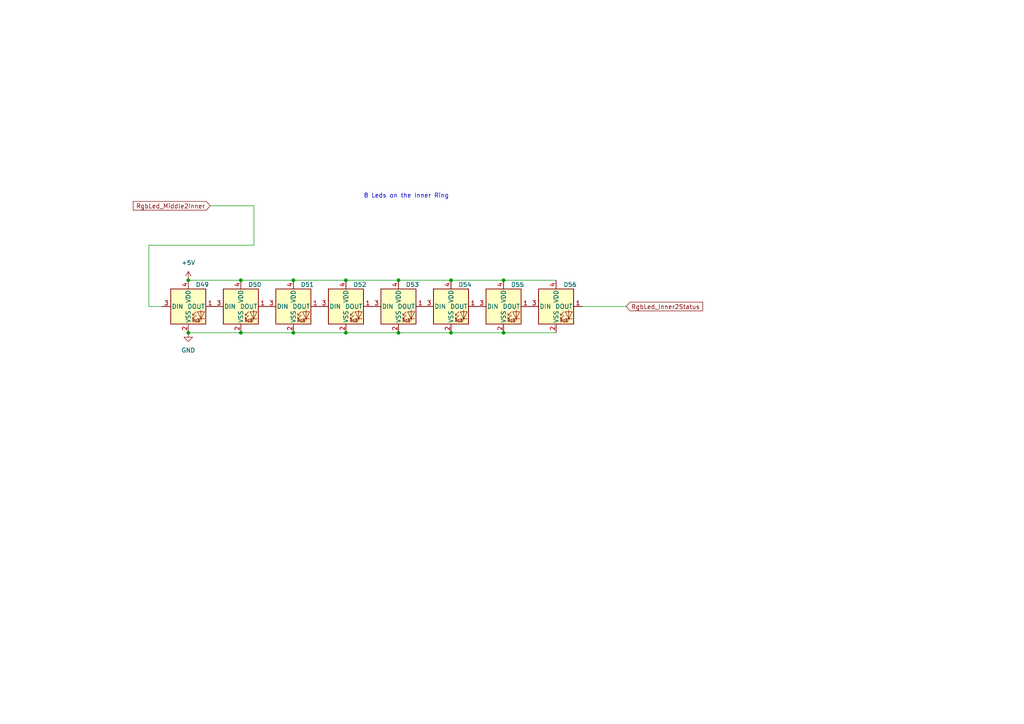
<source format=kicad_sch>
(kicad_sch (version 20231120) (generator "eeschema") (generator_version "8.0")
  (paper "A4")
  (lib_symbols
    (symbol "LED:WS2812B-2020" (pin_names (offset 0.254))
      (property "Reference" "D" (at 5.08 5.715 0))
      (property "Value" "WS2812B-2020" (at 1.27 -5.715 0))
      (symbol "WS2812B-2020_0_0"
        (text "RGB" (at 2.286 -4.191 0) (effects (font (size 0.762 0.762))))
      )
      (symbol "WS2812B-2020_0_1"
        (polyline (pts (xy 1.27 -3.556) (xy 1.778 -3.556)))
        (polyline (pts (xy 1.27 -2.54) (xy 1.778 -2.54)))
        (polyline (pts (xy 4.699 -3.556) (xy 2.667 -3.556)))
        (polyline (pts (xy 2.286 -2.54) (xy 1.27 -3.556) (xy 1.27 -3.048)))
        (polyline (pts (xy 2.286 -1.524) (xy 1.27 -2.54) (xy 1.27 -2.032)))
        (polyline (pts (xy 3.683 -1.016) (xy 3.683 -3.556) (xy 3.683 -4.064)))
        (polyline (pts (xy 4.699 -1.524) (xy 2.667 -1.524) (xy 3.683 -3.556) (xy 4.699 -1.524)))
        (rectangle (start 5.08 5.08) (end -5.08 -5.08) (stroke (width 0.254)) (fill (type background)))
      )
      (symbol "WS2812B-2020_1_1"
        (pin output line (at 7.62 0 180) (length 2.54) (name "DOUT") (number "1"))
        (pin power_in line (at 0 -7.62 90) (length 2.54) (name "VSS") (number "2"))
        (pin input line (at -7.62 0 0) (length 2.54) (name "DIN") (number "3"))
        (pin power_in line (at 0 7.62 270) (length 2.54) (name "VDD") (number "4"))
      )
    )
    (symbol "power:+5V" (power) (pin_numbers hide) (pin_names (offset 0) hide)
      (property "Value" "+5V" (at 0 3.556 0))
      (symbol "+5V_0_1"
        (polyline (pts (xy -0.762 1.27) (xy 0 2.54)))
        (polyline (pts (xy 0 0) (xy 0 2.54)))
        (polyline (pts (xy 0 2.54) (xy 0.762 1.27)))
      )
      (symbol "+5V_1_1"
        (pin power_in line (at 0 0 90) (length 0) (name "~") (number "1"))
      )
    )
    (symbol "power:GND" (power) (pin_numbers hide) (pin_names (offset 0) hide)
      (property "Value" "GND" (at 0 -3.81 0))
      (symbol "GND_0_1"
        (polyline (pts (xy 0 0) (xy 0 -1.27) (xy 1.27 -1.27) (xy 0 -2.54) (xy -1.27 -1.27) (xy 0 -1.27)))
      )
      (symbol "GND_1_1"
        (pin power_in line (at 0 0 270) (length 0) (name "~") (number "1"))
      )
    )
  )
  (junction (at 100.33 96.52))
  (junction (at 54.61 81.28))
  (junction (at 130.81 81.28))
  (junction (at 146.05 96.52))
  (junction (at 146.05 81.28))
  (junction (at 85.09 81.28))
  (junction (at 115.57 81.28))
  (junction (at 100.33 81.28))
  (junction (at 115.57 96.52))
  (junction (at 54.61 96.52))
  (junction (at 69.85 81.28))
  (junction (at 69.85 96.52))
  (junction (at 130.81 96.52))
  (junction (at 85.09 96.52))
  (wire (pts (xy 100.33 81.28) (xy 115.57 81.28)))
  (wire (pts (xy 73.66 59.69) (xy 73.66 71.12)))
  (wire (pts (xy 69.85 96.52) (xy 85.09 96.52)))
  (wire (pts (xy 130.81 96.52) (xy 146.05 96.52)))
  (wire (pts (xy 146.05 96.52) (xy 161.29 96.52)))
  (wire (pts (xy 54.61 81.28) (xy 69.85 81.28)))
  (wire (pts (xy 43.18 71.12) (xy 43.18 88.9)))
  (wire (pts (xy 73.66 71.12) (xy 43.18 71.12)))
  (wire (pts (xy 146.05 81.28) (xy 161.29 81.28)))
  (wire (pts (xy 130.81 81.28) (xy 146.05 81.28)))
  (wire (pts (xy 60.96 59.69) (xy 73.66 59.69)))
  (wire (pts (xy 85.09 81.28) (xy 100.33 81.28)))
  (wire (pts (xy 115.57 81.28) (xy 130.81 81.28)))
  (wire (pts (xy 54.61 96.52) (xy 69.85 96.52)))
  (wire (pts (xy 100.33 96.52) (xy 115.57 96.52)))
  (wire (pts (xy 168.91 88.9) (xy 181.61 88.9)))
  (wire (pts (xy 69.85 81.28) (xy 85.09 81.28)))
  (wire (pts (xy 43.18 88.9) (xy 46.99 88.9)))
  (wire (pts (xy 115.57 96.52) (xy 130.81 96.52)))
  (wire (pts (xy 85.09 96.52) (xy 100.33 96.52)))
  (text "8 Leds on the Inner Ring\n" (at 117.856 56.896 0) (effects (font (size 1.27 1.27))))
  (global_label "RgbLed_Middle2Inner" (shape input) (at 60.96 59.69 180) (property "Intersheetrefs" "${INTERSHEET_REFS}" (effects (hide yes))))
  (global_label "RgbLed_Inner2Status" (shape input) (at 181.61 88.9 0) (property "Intersheetrefs" "${INTERSHEET_REFS}" (effects (hide yes))))
  (symbol (lib_id "power:+5V") (at 54.61 81.28 0) (unit 1)
    (property "Reference" "#PWR057" (effects (hide yes)))
    (property "Value" "+5V" (at 54.61 76.2 0))
    (property "Description" "Power symbol creates a global label with name \"+5V\"" (effects (hide yes)))
  )
  (symbol (lib_id "power:GND") (at 54.61 96.52 0) (unit 1)
    (property "Reference" "#PWR058" (effects (hide yes)))
    (property "Value" "GND" (at 54.61 101.6 0))
    (property "Description" "Power symbol creates a global label with name \"GND\" , ground" (effects (hide yes)))
  )
  (symbol (lib_id "LED:WS2812B-2020") (at 69.85 88.9 0) (unit 1)
    (property "Reference" "D50" (at 73.914 82.55 0))
    (property "Value" "WS2812B-2020" (effects (hide yes)))
    (property "Footprint" "LED_SMD:LED_WS2812B-2020_PLCC4_2.0x2.0mm" (effects (hide yes)))
    (property "Datasheet" "https://cdn-shop.adafruit.com/product-files/4684/4684_WS2812B-2020_V1.3_EN.pdf" (effects (hide yes)))
    (property "Description" "RGB LED with integrated controller, 2.0 x 2.0 mm, 12 mA" (effects (hide yes)))
    (property "MPN" "WS2812B-2020" (effects (hide yes)))
  )
  (symbol (lib_id "LED:WS2812B-2020") (at 146.05 88.9 0) (unit 1)
    (property "Reference" "D55" (at 150.114 82.55 0))
    (property "Value" "WS2812B-2020" (effects (hide yes)))
    (property "Footprint" "LED_SMD:LED_WS2812B-2020_PLCC4_2.0x2.0mm" (effects (hide yes)))
    (property "Datasheet" "https://cdn-shop.adafruit.com/product-files/4684/4684_WS2812B-2020_V1.3_EN.pdf" (effects (hide yes)))
    (property "Description" "RGB LED with integrated controller, 2.0 x 2.0 mm, 12 mA" (effects (hide yes)))
    (property "MPN" "WS2812B-2020" (effects (hide yes)))
  )
  (symbol (lib_id "LED:WS2812B-2020") (at 54.61 88.9 0) (unit 1)
    (property "Reference" "D49" (at 58.674 82.55 0))
    (property "Value" "WS2812B-2020" (effects (hide yes)))
    (property "Footprint" "LED_SMD:LED_WS2812B-2020_PLCC4_2.0x2.0mm" (effects (hide yes)))
    (property "Datasheet" "https://cdn-shop.adafruit.com/product-files/4684/4684_WS2812B-2020_V1.3_EN.pdf" (effects (hide yes)))
    (property "Description" "RGB LED with integrated controller, 2.0 x 2.0 mm, 12 mA" (effects (hide yes)))
    (property "MPN" "WS2812B-2020" (effects (hide yes)))
  )
  (symbol (lib_id "LED:WS2812B-2020") (at 161.29 88.9 0) (unit 1)
    (property "Reference" "D56" (at 165.354 82.55 0))
    (property "Value" "WS2812B-2020" (effects (hide yes)))
    (property "Footprint" "LED_SMD:LED_WS2812B-2020_PLCC4_2.0x2.0mm" (effects (hide yes)))
    (property "Datasheet" "https://cdn-shop.adafruit.com/product-files/4684/4684_WS2812B-2020_V1.3_EN.pdf" (effects (hide yes)))
    (property "Description" "RGB LED with integrated controller, 2.0 x 2.0 mm, 12 mA" (effects (hide yes)))
    (property "MPN" "WS2812B-2020" (effects (hide yes)))
  )
  (symbol (lib_id "LED:WS2812B-2020") (at 100.33 88.9 0) (unit 1)
    (property "Reference" "D52" (at 104.394 82.55 0))
    (property "Value" "WS2812B-2020" (effects (hide yes)))
    (property "Footprint" "LED_SMD:LED_WS2812B-2020_PLCC4_2.0x2.0mm" (effects (hide yes)))
    (property "Datasheet" "https://cdn-shop.adafruit.com/product-files/4684/4684_WS2812B-2020_V1.3_EN.pdf" (effects (hide yes)))
    (property "Description" "RGB LED with integrated controller, 2.0 x 2.0 mm, 12 mA" (effects (hide yes)))
    (property "MPN" "WS2812B-2020" (effects (hide yes)))
  )
  (symbol (lib_id "LED:WS2812B-2020") (at 130.81 88.9 0) (unit 1)
    (property "Reference" "D54" (at 134.874 82.55 0))
    (property "Value" "WS2812B-2020" (effects (hide yes)))
    (property "Footprint" "LED_SMD:LED_WS2812B-2020_PLCC4_2.0x2.0mm" (effects (hide yes)))
    (property "Datasheet" "https://cdn-shop.adafruit.com/product-files/4684/4684_WS2812B-2020_V1.3_EN.pdf" (effects (hide yes)))
    (property "Description" "RGB LED with integrated controller, 2.0 x 2.0 mm, 12 mA" (effects (hide yes)))
    (property "MPN" "WS2812B-2020" (effects (hide yes)))
  )
  (symbol (lib_id "LED:WS2812B-2020") (at 115.57 88.9 0) (unit 1)
    (property "Reference" "D53" (at 119.634 82.55 0))
    (property "Value" "WS2812B-2020" (effects (hide yes)))
    (property "Footprint" "LED_SMD:LED_WS2812B-2020_PLCC4_2.0x2.0mm" (effects (hide yes)))
    (property "Datasheet" "https://cdn-shop.adafruit.com/product-files/4684/4684_WS2812B-2020_V1.3_EN.pdf" (effects (hide yes)))
    (property "Description" "RGB LED with integrated controller, 2.0 x 2.0 mm, 12 mA" (effects (hide yes)))
    (property "MPN" "WS2812B-2020" (effects (hide yes)))
  )
  (symbol (lib_id "LED:WS2812B-2020") (at 85.09 88.9 0) (unit 1)
    (property "Reference" "D51" (at 89.154 82.55 0))
    (property "Value" "WS2812B-2020" (effects (hide yes)))
    (property "Footprint" "LED_SMD:LED_WS2812B-2020_PLCC4_2.0x2.0mm" (effects (hide yes)))
    (property "Datasheet" "https://cdn-shop.adafruit.com/product-files/4684/4684_WS2812B-2020_V1.3_EN.pdf" (effects (hide yes)))
    (property "Description" "RGB LED with integrated controller, 2.0 x 2.0 mm, 12 mA" (effects (hide yes)))
    (property "MPN" "WS2812B-2020" (effects (hide yes)))
  )
)
</source>
